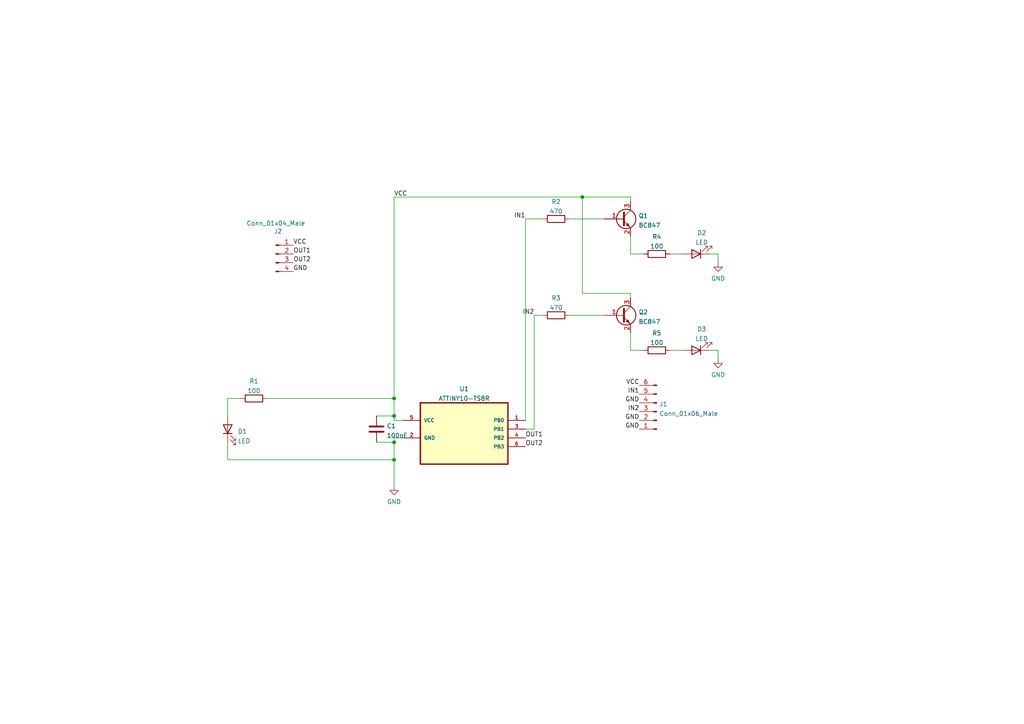
<source format=kicad_sch>
(kicad_sch (version 20211123) (generator eeschema)
  (paper "A4")
  (lib_symbols
    (symbol "Connector:Conn_01x04_Male" (pin_names (offset 1.016) hide)
      (property "Reference" "J" (at 0 5.08 0))
      (property "Value" "Conn_01x04_Male" (at 0 -7.62 0))
      (symbol "Conn_01x04_Male_1_1"
        (polyline (pts (xy 1.27 -5.08) (xy 0.8636 -5.08)) (stroke (width 0.1524)))
        (polyline (pts (xy 1.27 -2.54) (xy 0.8636 -2.54)) (stroke (width 0.1524)))
        (polyline (pts (xy 1.27 0) (xy 0.8636 0)) (stroke (width 0.1524)))
        (polyline (pts (xy 1.27 2.54) (xy 0.8636 2.54)) (stroke (width 0.1524)))
        (rectangle (start 0.8636 -4.953) (end 0 -5.207) (stroke (width 0.1524)) (fill (type outline)))
        (rectangle (start 0.8636 -2.413) (end 0 -2.667) (stroke (width 0.1524)) (fill (type outline)))
        (rectangle (start 0.8636 0.127) (end 0 -0.127) (stroke (width 0.1524)) (fill (type outline)))
        (rectangle (start 0.8636 2.667) (end 0 2.413) (stroke (width 0.1524)) (fill (type outline)))
        (pin passive line (at 5.08 2.54 180) (length 3.81) (name "Pin_1") (number "1"))
        (pin passive line (at 5.08 0 180) (length 3.81) (name "Pin_2") (number "2"))
        (pin passive line (at 5.08 -2.54 180) (length 3.81) (name "Pin_3") (number "3"))
        (pin passive line (at 5.08 -5.08 180) (length 3.81) (name "Pin_4") (number "4"))
      )
    )
    (symbol "Connector:Conn_01x06_Male" (pin_names (offset 1.016) hide)
      (property "Reference" "J" (at 0 7.62 0))
      (property "Value" "Conn_01x06_Male" (at 0 -10.16 0))
      (symbol "Conn_01x06_Male_1_1"
        (polyline (pts (xy 1.27 -7.62) (xy 0.8636 -7.62)) (stroke (width 0.1524)))
        (polyline (pts (xy 1.27 -5.08) (xy 0.8636 -5.08)) (stroke (width 0.1524)))
        (polyline (pts (xy 1.27 -2.54) (xy 0.8636 -2.54)) (stroke (width 0.1524)))
        (polyline (pts (xy 1.27 0) (xy 0.8636 0)) (stroke (width 0.1524)))
        (polyline (pts (xy 1.27 2.54) (xy 0.8636 2.54)) (stroke (width 0.1524)))
        (polyline (pts (xy 1.27 5.08) (xy 0.8636 5.08)) (stroke (width 0.1524)))
        (rectangle (start 0.8636 -7.493) (end 0 -7.747) (stroke (width 0.1524)) (fill (type outline)))
        (rectangle (start 0.8636 -4.953) (end 0 -5.207) (stroke (width 0.1524)) (fill (type outline)))
        (rectangle (start 0.8636 -2.413) (end 0 -2.667) (stroke (width 0.1524)) (fill (type outline)))
        (rectangle (start 0.8636 0.127) (end 0 -0.127) (stroke (width 0.1524)) (fill (type outline)))
        (rectangle (start 0.8636 2.667) (end 0 2.413) (stroke (width 0.1524)) (fill (type outline)))
        (rectangle (start 0.8636 5.207) (end 0 4.953) (stroke (width 0.1524)) (fill (type outline)))
        (pin passive line (at 5.08 5.08 180) (length 3.81) (name "Pin_1") (number "1"))
        (pin passive line (at 5.08 2.54 180) (length 3.81) (name "Pin_2") (number "2"))
        (pin passive line (at 5.08 0 180) (length 3.81) (name "Pin_3") (number "3"))
        (pin passive line (at 5.08 -2.54 180) (length 3.81) (name "Pin_4") (number "4"))
        (pin passive line (at 5.08 -5.08 180) (length 3.81) (name "Pin_5") (number "5"))
        (pin passive line (at 5.08 -7.62 180) (length 3.81) (name "Pin_6") (number "6"))
      )
    )
    (symbol "Device:C" (pin_numbers hide) (pin_names (offset 0.254))
      (property "Reference" "C" (at 0.635 2.54 0))
      (property "Value" "C" (at 0.635 -2.54 0))
      (symbol "C_0_1"
        (polyline (pts (xy -2.032 -0.762) (xy 2.032 -0.762)) (stroke (width 0.508)))
        (polyline (pts (xy -2.032 0.762) (xy 2.032 0.762)) (stroke (width 0.508)))
      )
      (symbol "C_1_1"
        (pin passive line (at 0 3.81 270) (length 2.794) (name "~") (number "1"))
        (pin passive line (at 0 -3.81 90) (length 2.794) (name "~") (number "2"))
      )
    )
    (symbol "Device:LED" (pin_numbers hide) (pin_names (offset 1.016) hide)
      (property "Reference" "D" (at 0 2.54 0))
      (property "Value" "LED" (at 0 -2.54 0))
      (symbol "LED_0_1"
        (polyline (pts (xy -1.27 -1.27) (xy -1.27 1.27)) (stroke (width 0.254)))
        (polyline (pts (xy -1.27 0) (xy 1.27 0)))
        (polyline (pts (xy 1.27 -1.27) (xy 1.27 1.27) (xy -1.27 0) (xy 1.27 -1.27)) (stroke (width 0.254)))
        (polyline (pts (xy -3.048 -0.762) (xy -4.572 -2.286) (xy -3.81 -2.286) (xy -4.572 -2.286) (xy -4.572 -1.524)))
        (polyline (pts (xy -1.778 -0.762) (xy -3.302 -2.286) (xy -2.54 -2.286) (xy -3.302 -2.286) (xy -3.302 -1.524)))
      )
      (symbol "LED_1_1"
        (pin passive line (at -3.81 0 0) (length 2.54) (name "K") (number "1"))
        (pin passive line (at 3.81 0 180) (length 2.54) (name "A") (number "2"))
      )
    )
    (symbol "Device:R" (pin_numbers hide) (pin_names (offset 0))
      (property "Reference" "R" (at 2.032 0 90))
      (property "Value" "R" (at 0 0 90))
      (symbol "R_0_1"
        (rectangle (start -1.016 -2.54) (end 1.016 2.54) (stroke (width 0.254)))
      )
      (symbol "R_1_1"
        (pin passive line (at 0 3.81 270) (length 1.27) (name "~") (number "1"))
        (pin passive line (at 0 -3.81 90) (length 1.27) (name "~") (number "2"))
      )
    )
    (symbol "Transistor_BJT:BC847" (pin_names (offset 0) hide)
      (property "Reference" "Q" (at 5.08 1.905 0))
      (property "Value" "BC847" (at 5.08 0 0))
      (symbol "BC847_0_1"
        (polyline (pts (xy 0.635 0.635) (xy 2.54 2.54)))
        (polyline (pts (xy 0.635 -0.635) (xy 2.54 -2.54) (xy 2.54 -2.54)))
        (polyline (pts (xy 0.635 1.905) (xy 0.635 -1.905) (xy 0.635 -1.905)) (stroke (width 0.508)))
        (polyline (pts (xy 1.27 -1.778) (xy 1.778 -1.27) (xy 2.286 -2.286) (xy 1.27 -1.778) (xy 1.27 -1.778)) (fill (type outline)))
        (circle (center 1.27 0) (radius 2.8194) (stroke (width 0.254)))
      )
      (symbol "BC847_1_1"
        (pin input line (at -5.08 0 0) (length 5.715) (name "B") (number "1"))
        (pin passive line (at 2.54 -5.08 90) (length 2.54) (name "E") (number "2"))
        (pin passive line (at 2.54 5.08 270) (length 2.54) (name "C") (number "3"))
      )
    )
    (symbol "hw_watchdog:ATTINY10-TS8R" (pin_names (offset 1.016))
      (property "Reference" "U" (at -5.8928 7.1882 0))
      (property "Value" "ATTINY10-TS8R" (at -3.8354 -17.1196 0))
      (symbol "ATTINY10-TS8R_0_0"
        (rectangle (start -12.7 -12.7) (end 12.7 5.08) (stroke (width 0.4064)) (fill (type background)))
        (pin bidirectional line (at 17.78 0 180) (length 5.08) (name "PB0") (number "1"))
        (pin passive line (at -17.78 -5.08 0) (length 5.08) (name "GND") (number "2"))
        (pin bidirectional line (at 17.78 -2.54 180) (length 5.08) (name "PB1") (number "3"))
        (pin bidirectional line (at 17.78 -5.08 180) (length 5.08) (name "PB2") (number "4"))
        (pin power_in line (at -17.78 0 0) (length 5.08) (name "VCC") (number "5"))
        (pin bidirectional line (at 17.78 -7.62 180) (length 5.08) (name "PB3") (number "6"))
      )
    )
    (symbol "power:GND" (power) (pin_names (offset 0))
      (property "Value" "GND" (at 0 -3.81 0))
      (symbol "GND_0_1"
        (polyline (pts (xy 0 0) (xy 0 -1.27) (xy 1.27 -1.27) (xy 0 -2.54) (xy -1.27 -1.27) (xy 0 -1.27)))
      )
      (symbol "GND_1_1"
        (pin power_in line (at 0 0 270) (length 0) hide (name "GND") (number "1"))
      )
    )
  )
  (junction (at 168.91 57.15))
  (junction (at 114.3 120.65))
  (junction (at 114.3 115.57))
  (junction (at 114.3 128.27))
  (junction (at 114.3 133.35))
  (wire (pts (xy 165.1 63.5) (xy 175.26 63.5)))
  (wire (pts (xy 66.04 128.27) (xy 66.04 133.35)))
  (wire (pts (xy 182.88 57.15) (xy 182.88 58.42)))
  (wire (pts (xy 168.91 85.09) (xy 168.91 57.15)))
  (wire (pts (xy 165.1 91.44) (xy 175.26 91.44)))
  (wire (pts (xy 194.31 101.6) (xy 198.12 101.6)))
  (wire (pts (xy 168.91 57.15) (xy 182.88 57.15)))
  (wire (pts (xy 109.22 120.65) (xy 114.3 120.65)))
  (wire (pts (xy 182.88 101.6) (xy 186.69 101.6)))
  (wire (pts (xy 66.04 115.57) (xy 69.85 115.57)))
  (wire (pts (xy 152.4 63.5) (xy 152.4 121.92)))
  (wire (pts (xy 114.3 115.57) (xy 114.3 120.65)))
  (wire (pts (xy 154.94 91.44) (xy 157.48 91.44)))
  (wire (pts (xy 205.74 101.6) (xy 208.28 101.6)))
  (wire (pts (xy 66.04 133.35) (xy 114.3 133.35)))
  (wire (pts (xy 109.22 128.27) (xy 114.3 128.27)))
  (wire (pts (xy 182.88 85.09) (xy 168.91 85.09)))
  (wire (pts (xy 114.3 127) (xy 114.3 128.27)))
  (wire (pts (xy 205.74 73.66) (xy 208.28 73.66)))
  (wire (pts (xy 208.28 101.6) (xy 208.28 104.14)))
  (wire (pts (xy 152.4 63.5) (xy 157.48 63.5)))
  (wire (pts (xy 114.3 127) (xy 116.84 127)))
  (wire (pts (xy 154.94 124.46) (xy 152.4 124.46)))
  (wire (pts (xy 114.3 120.65) (xy 114.3 121.92)))
  (wire (pts (xy 182.88 68.58) (xy 182.88 73.66)))
  (wire (pts (xy 208.28 73.66) (xy 208.28 76.2)))
  (wire (pts (xy 66.04 120.65) (xy 66.04 115.57)))
  (wire (pts (xy 114.3 57.15) (xy 168.91 57.15)))
  (wire (pts (xy 182.88 86.36) (xy 182.88 85.09)))
  (wire (pts (xy 114.3 57.15) (xy 114.3 115.57)))
  (wire (pts (xy 182.88 96.52) (xy 182.88 101.6)))
  (wire (pts (xy 182.88 73.66) (xy 186.69 73.66)))
  (wire (pts (xy 114.3 128.27) (xy 114.3 133.35)))
  (wire (pts (xy 114.3 133.35) (xy 114.3 140.97)))
  (wire (pts (xy 194.31 73.66) (xy 198.12 73.66)))
  (wire (pts (xy 114.3 121.92) (xy 116.84 121.92)))
  (wire (pts (xy 77.47 115.57) (xy 114.3 115.57)))
  (wire (pts (xy 154.94 91.44) (xy 154.94 124.46)))
  (label "OUT1" (at 152.4 127 0))
  (label "IN1" (at 152.4 63.5 180))
  (label "GND" (at 185.42 116.84 180))
  (label "IN1" (at 185.42 114.3 180))
  (label "IN2" (at 154.94 91.44 180))
  (label "VCC" (at 185.42 111.76 180))
  (label "IN2" (at 185.42 119.38 180))
  (label "OUT2" (at 152.4 129.54 0))
  (label "VCC" (at 85.09 71.12 0))
  (label "OUT2" (at 85.09 76.2 0))
  (label "GND" (at 185.42 124.46 180))
  (label "OUT1" (at 85.09 73.66 0))
  (label "VCC" (at 114.3 57.15 0))
  (label "GND" (at 185.42 121.92 180))
  (label "GND" (at 85.09 78.74 0))
  (symbol (lib_id "Device:LED") (at 66.04 124.46 90) (unit 1)
    (property "Reference" "D1" (at 68.961 125.139 90) (effects (justify right)))
    (property "Value" "LED" (at 68.961 127.9141 90) (effects (justify right)))
    (property "Footprint" "LED_SMD:LED_1206_3216Metric" (effects hide))
  )
  (symbol (lib_id "power:GND") (at 114.3 140.97 0) (unit 1)
    (property "Reference" "#PWR0101" (effects hide))
    (property "Value" "GND" (at 114.3 145.5325 0))
  )
  (symbol (lib_id "Device:R") (at 190.5 73.66 90) (unit 1)
    (property "Reference" "R4" (at 190.5 68.6775 90))
    (property "Value" "100" (at 190.5 71.4526 90))
    (property "Footprint" "Resistor_SMD:R_1206_3216Metric" (effects hide))
  )
  (symbol (lib_id "Transistor_BJT:BC847") (at 180.34 63.5 0) (unit 1)
    (property "Reference" "Q1" (at 185.1914 62.5915 0) (effects (justify left)))
    (property "Value" "BC847" (at 185.1914 65.3666 0) (effects (justify left)))
    (property "Footprint" "Package_TO_SOT_SMD:SOT-23" (effects hide))
    (property "Datasheet" "http://www.infineon.com/dgdl/Infineon-BC847SERIES_BC848SERIES_BC849SERIES_BC850SERIES-DS-v01_01-en.pdf?fileId=db3a304314dca389011541d4630a1657" (effects hide))
  )
  (symbol (lib_id "power:GND") (at 208.28 76.2 0) (unit 1)
    (property "Reference" "#PWR0102" (effects hide))
    (property "Value" "GND" (at 208.28 80.7625 0))
  )
  (symbol (lib_id "Device:LED") (at 201.93 101.6 180) (unit 1)
    (property "Reference" "D3" (at 203.5175 95.4745 0))
    (property "Value" "LED" (at 203.5175 98.2496 0))
    (property "Footprint" "LED_SMD:LED_1206_3216Metric" (effects hide))
  )
  (symbol (lib_id "hw_watchdog:ATTINY10-TS8R") (at 134.62 121.92 0) (unit 1)
    (property "Reference" "U1" (at 134.62 112.7973 0))
    (property "Value" "ATTINY10-TS8R" (at 134.62 115.5724 0))
    (property "Footprint" "hw_watchdog:ATTiny10-TS8R" (effects hide))
    (property "PACKAGE" "SOT-23-6" (effects hide))
    (property "SUPPLIER" "Atmel" (effects hide))
    (property "OC_NEWARK" "26R5645" (effects hide))
    (property "OC_FARNELL" "1748538" (effects hide))
    (property "MPN" "ATTINY10-TS8R" (effects hide))
  )
  (symbol (lib_id "Device:LED") (at 201.93 73.66 180) (unit 1)
    (property "Reference" "D2" (at 203.5175 67.5345 0))
    (property "Value" "LED" (at 203.5175 70.3096 0))
    (property "Footprint" "LED_SMD:LED_1206_3216Metric" (effects hide))
  )
  (symbol (lib_id "Device:R") (at 73.66 115.57 90) (unit 1)
    (property "Reference" "R1" (at 73.66 110.5875 90))
    (property "Value" "100" (at 73.66 113.3626 90))
    (property "Footprint" "Resistor_SMD:R_1206_3216Metric" (effects hide))
  )
  (symbol (lib_id "Connector:Conn_01x06_Male") (at 190.5 119.38 180) (unit 1)
    (property "Reference" "J1" (at 191.2112 117.2015 0) (effects (justify right)))
    (property "Value" "Conn_01x06_Male" (at 191.2112 119.9766 0) (effects (justify right)))
    (property "Footprint" "Connector_PinHeader_2.54mm:PinHeader_1x06_P2.54mm_Horizontal" (effects hide))
  )
  (symbol (lib_id "power:GND") (at 208.28 104.14 0) (unit 1)
    (property "Reference" "#PWR0103" (effects hide))
    (property "Value" "GND" (at 208.28 108.7025 0))
  )
  (symbol (lib_id "Device:C") (at 109.22 124.46 0) (unit 1)
    (property "Reference" "C1" (at 112.141 123.5515 0) (effects (justify left)))
    (property "Value" "100nF" (at 112.141 126.3266 0) (effects (justify left)))
    (property "Footprint" "Diode_SMD:D_1206_3216Metric" (effects hide))
  )
  (symbol (lib_id "Connector:Conn_01x04_Male") (at 80.01 73.66 0) (unit 1)
    (property "Reference" "J2" (at 80.645 67.0773 0))
    (property "Value" "Conn_01x04_Male" (at 80.01 64.77 0))
    (property "Footprint" "Connector_PinSocket_2.54mm:PinSocket_1x04_P2.54mm_Vertical" (effects hide))
  )
  (symbol (lib_id "Device:R") (at 161.29 91.44 90) (unit 1)
    (property "Reference" "R3" (at 161.29 86.4575 90))
    (property "Value" "470" (at 161.29 89.2326 90))
    (property "Footprint" "Resistor_SMD:R_1206_3216Metric" (effects hide))
  )
  (symbol (lib_id "Device:R") (at 161.29 63.5 90) (unit 1)
    (property "Reference" "R2" (at 161.29 58.5175 90))
    (property "Value" "470" (at 161.29 61.2926 90))
    (property "Footprint" "Resistor_SMD:R_1206_3216Metric" (effects hide))
  )
  (symbol (lib_id "Device:R") (at 190.5 101.6 90) (unit 1)
    (property "Reference" "R5" (at 190.5 96.6175 90))
    (property "Value" "100" (at 190.5 99.3926 90))
    (property "Footprint" "Resistor_SMD:R_1206_3216Metric" (effects hide))
  )
  (symbol (lib_id "Transistor_BJT:BC847") (at 180.34 91.44 0) (unit 1)
    (property "Reference" "Q2" (at 185.1914 90.5315 0) (effects (justify left)))
    (property "Value" "BC847" (at 185.1914 93.3066 0) (effects (justify left)))
    (property "Footprint" "Package_TO_SOT_SMD:SOT-23" (effects hide))
    (property "Datasheet" "http://www.infineon.com/dgdl/Infineon-BC847SERIES_BC848SERIES_BC849SERIES_BC850SERIES-DS-v01_01-en.pdf?fileId=db3a304314dca389011541d4630a1657" (effects hide))
  )
)
</source>
